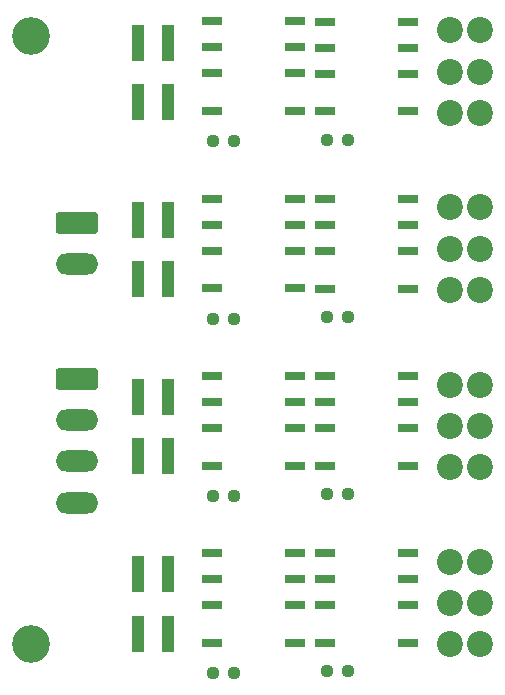
<source format=gbr>
%TF.GenerationSoftware,KiCad,Pcbnew,8.0.8*%
%TF.CreationDate,2025-02-08T13:09:18+01:00*%
%TF.ProjectId,Mk2-relayExtension,4d6b322d-7265-46c6-9179-457874656e73,rev?*%
%TF.SameCoordinates,Original*%
%TF.FileFunction,Soldermask,Top*%
%TF.FilePolarity,Negative*%
%FSLAX46Y46*%
G04 Gerber Fmt 4.6, Leading zero omitted, Abs format (unit mm)*
G04 Created by KiCad (PCBNEW 8.0.8) date 2025-02-08 13:09:18*
%MOMM*%
%LPD*%
G01*
G04 APERTURE LIST*
G04 Aperture macros list*
%AMRoundRect*
0 Rectangle with rounded corners*
0 $1 Rounding radius*
0 $2 $3 $4 $5 $6 $7 $8 $9 X,Y pos of 4 corners*
0 Add a 4 corners polygon primitive as box body*
4,1,4,$2,$3,$4,$5,$6,$7,$8,$9,$2,$3,0*
0 Add four circle primitives for the rounded corners*
1,1,$1+$1,$2,$3*
1,1,$1+$1,$4,$5*
1,1,$1+$1,$6,$7*
1,1,$1+$1,$8,$9*
0 Add four rect primitives between the rounded corners*
20,1,$1+$1,$2,$3,$4,$5,0*
20,1,$1+$1,$4,$5,$6,$7,0*
20,1,$1+$1,$6,$7,$8,$9,0*
20,1,$1+$1,$8,$9,$2,$3,0*%
G04 Aperture macros list end*
%ADD10R,1.800000X0.800000*%
%ADD11C,2.200000*%
%ADD12RoundRect,0.237500X-0.250000X-0.237500X0.250000X-0.237500X0.250000X0.237500X-0.250000X0.237500X0*%
%ADD13R,1.000000X3.150000*%
%ADD14RoundRect,0.250000X-1.550000X0.650000X-1.550000X-0.650000X1.550000X-0.650000X1.550000X0.650000X0*%
%ADD15O,3.600000X1.800000*%
%ADD16C,3.200000*%
G04 APERTURE END LIST*
D10*
%TO.C,K701*%
X223337000Y-131858000D03*
X223337000Y-128658000D03*
X223337000Y-126458000D03*
X223337000Y-124258000D03*
X216337000Y-124258000D03*
X216337000Y-126458000D03*
X216337000Y-128658000D03*
X216337000Y-131858000D03*
%TD*%
D11*
%TO.C,J702*%
X236500000Y-125000000D03*
X239000000Y-125000000D03*
X236500000Y-128500000D03*
X239000000Y-128500000D03*
X236500000Y-132000000D03*
X239000000Y-132000000D03*
%TD*%
D12*
%TO.C,R302*%
X216384500Y-104408000D03*
X218209500Y-104408000D03*
%TD*%
D13*
%TO.C,J701*%
X210058000Y-131091000D03*
X210058000Y-126041000D03*
X212598000Y-131091000D03*
X212598000Y-126041000D03*
%TD*%
D12*
%TO.C,R701*%
X226036500Y-134281000D03*
X227861500Y-134281000D03*
%TD*%
D10*
%TO.C,K502*%
X232933000Y-116868000D03*
X232933000Y-113668000D03*
X232933000Y-111468000D03*
X232933000Y-109268000D03*
X225933000Y-109268000D03*
X225933000Y-111468000D03*
X225933000Y-113668000D03*
X225933000Y-116868000D03*
%TD*%
D14*
%TO.C,J401*%
X204932500Y-109500000D03*
D15*
X204932500Y-113000000D03*
X204932500Y-116500000D03*
X204932500Y-120000000D03*
%TD*%
D10*
%TO.C,K501*%
X223337000Y-116858000D03*
X223337000Y-113658000D03*
X223337000Y-111458000D03*
X223337000Y-109258000D03*
X216337000Y-109258000D03*
X216337000Y-111458000D03*
X216337000Y-113658000D03*
X216337000Y-116858000D03*
%TD*%
D14*
%TO.C,J601*%
X204932500Y-96305000D03*
D15*
X204932500Y-99805000D03*
%TD*%
D12*
%TO.C,R501*%
X226036500Y-119281000D03*
X227861500Y-119281000D03*
%TD*%
D16*
%TO.C,REF\u002A\u002A*%
X201000000Y-132000000D03*
%TD*%
D12*
%TO.C,R202*%
X216384500Y-89408000D03*
X218209500Y-89408000D03*
%TD*%
D10*
%TO.C,K202*%
X232933000Y-86868000D03*
X232933000Y-83668000D03*
X232933000Y-81468000D03*
X232933000Y-79268000D03*
X225933000Y-79268000D03*
X225933000Y-81468000D03*
X225933000Y-83668000D03*
X225933000Y-86868000D03*
%TD*%
D12*
%TO.C,R301*%
X226036500Y-104281000D03*
X227861500Y-104281000D03*
%TD*%
D10*
%TO.C,K301*%
X223337000Y-101858000D03*
X223337000Y-98658000D03*
X223337000Y-96458000D03*
X223337000Y-94258000D03*
X216337000Y-94258000D03*
X216337000Y-96458000D03*
X216337000Y-98658000D03*
X216337000Y-101858000D03*
%TD*%
D13*
%TO.C,J501*%
X210058000Y-116091000D03*
X210058000Y-111041000D03*
X212598000Y-116091000D03*
X212598000Y-111041000D03*
%TD*%
D16*
%TO.C,REF\u002A\u002A*%
X201000000Y-80500000D03*
%TD*%
D11*
%TO.C,J302*%
X236500000Y-95000000D03*
X239000000Y-95000000D03*
X236500000Y-98500000D03*
X239000000Y-98500000D03*
X236500000Y-102000000D03*
X239000000Y-102000000D03*
%TD*%
D10*
%TO.C,K702*%
X232933000Y-131868000D03*
X232933000Y-128668000D03*
X232933000Y-126468000D03*
X232933000Y-124268000D03*
X225933000Y-124268000D03*
X225933000Y-126468000D03*
X225933000Y-128668000D03*
X225933000Y-131868000D03*
%TD*%
D13*
%TO.C,J201*%
X210058000Y-86091000D03*
X210058000Y-81041000D03*
X212598000Y-86091000D03*
X212598000Y-81041000D03*
%TD*%
%TO.C,J301*%
X210058000Y-101091000D03*
X210058000Y-96041000D03*
X212598000Y-101091000D03*
X212598000Y-96041000D03*
%TD*%
D11*
%TO.C,J502*%
X236500000Y-110000000D03*
X239000000Y-110000000D03*
X236500000Y-113500000D03*
X239000000Y-113500000D03*
X236500000Y-117000000D03*
X239000000Y-117000000D03*
%TD*%
D10*
%TO.C,K201*%
X223337000Y-86858000D03*
X223337000Y-83658000D03*
X223337000Y-81458000D03*
X223337000Y-79258000D03*
X216337000Y-79258000D03*
X216337000Y-81458000D03*
X216337000Y-83658000D03*
X216337000Y-86858000D03*
%TD*%
D12*
%TO.C,R201*%
X226036500Y-89281000D03*
X227861500Y-89281000D03*
%TD*%
%TO.C,R502*%
X216384500Y-119408000D03*
X218209500Y-119408000D03*
%TD*%
D11*
%TO.C,J202*%
X236500000Y-80000000D03*
X239000000Y-80000000D03*
X236500000Y-83500000D03*
X239000000Y-83500000D03*
X236500000Y-87000000D03*
X239000000Y-87000000D03*
%TD*%
D12*
%TO.C,R702*%
X216384500Y-134408000D03*
X218209500Y-134408000D03*
%TD*%
D10*
%TO.C,K302*%
X232933000Y-101868000D03*
X232933000Y-98668000D03*
X232933000Y-96468000D03*
X232933000Y-94268000D03*
X225933000Y-94268000D03*
X225933000Y-96468000D03*
X225933000Y-98668000D03*
X225933000Y-101868000D03*
%TD*%
M02*

</source>
